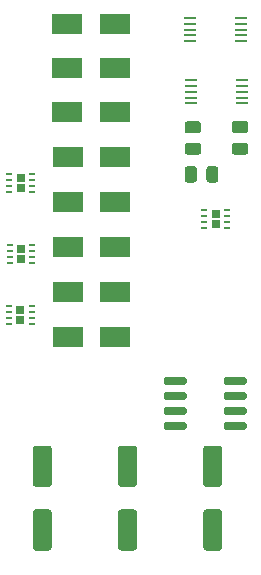
<source format=gbr>
%TF.GenerationSoftware,KiCad,Pcbnew,(5.1.10)-1*%
%TF.CreationDate,2022-01-17T10:12:51+08:00*%
%TF.ProjectId,armband_controller_ver2.0,61726d62-616e-4645-9f63-6f6e74726f6c,rev?*%
%TF.SameCoordinates,PX8a12ae0PY621abf0*%
%TF.FileFunction,Paste,Top*%
%TF.FilePolarity,Positive*%
%FSLAX46Y46*%
G04 Gerber Fmt 4.6, Leading zero omitted, Abs format (unit mm)*
G04 Created by KiCad (PCBNEW (5.1.10)-1) date 2022-01-17 10:12:51*
%MOMM*%
%LPD*%
G01*
G04 APERTURE LIST*
%ADD10R,0.750000X0.650000*%
%ADD11R,0.500000X0.250000*%
%ADD12R,1.100000X0.250000*%
%ADD13R,2.500000X1.800000*%
G04 APERTURE END LIST*
D10*
%TO.C,U7*%
X11252200Y22002800D03*
X11252200Y22802800D03*
D11*
X10302200Y22652800D03*
X10302200Y23152800D03*
X12202200Y23152800D03*
X12202200Y22152800D03*
X12202200Y21652800D03*
X10302200Y21652800D03*
X10302200Y22152800D03*
X12202200Y22652800D03*
%TD*%
D10*
%TO.C,U6*%
X11303000Y27159000D03*
X11303000Y27959000D03*
D11*
X10353000Y27809000D03*
X10353000Y28309000D03*
X12253000Y28309000D03*
X12253000Y27309000D03*
X12253000Y26809000D03*
X10353000Y26809000D03*
X10353000Y27309000D03*
X12253000Y27809000D03*
%TD*%
D10*
%TO.C,U5*%
X11277600Y33178800D03*
X11277600Y33978800D03*
D11*
X10327600Y33828800D03*
X10327600Y34328800D03*
X12227600Y34328800D03*
X12227600Y33328800D03*
X12227600Y32828800D03*
X10327600Y32828800D03*
X10327600Y33328800D03*
X12227600Y33828800D03*
%TD*%
D10*
%TO.C,U4*%
X27787600Y30905400D03*
X27787600Y30105400D03*
D11*
X28737600Y30255400D03*
X28737600Y29755400D03*
X26837600Y29755400D03*
X26837600Y30755400D03*
X26837600Y31255400D03*
X28737600Y31255400D03*
X28737600Y30755400D03*
X26837600Y30255400D03*
%TD*%
D12*
%TO.C,U3*%
X29988400Y42300400D03*
X29988400Y41800400D03*
X29988400Y41300400D03*
X29988400Y40800400D03*
X29988400Y40300400D03*
X25688400Y40300400D03*
X25688400Y40800400D03*
X25688400Y41300400D03*
X25688400Y41800400D03*
X25688400Y42300400D03*
%TD*%
%TO.C,U2*%
X29937600Y47558200D03*
X29937600Y47058200D03*
X29937600Y46558200D03*
X29937600Y46058200D03*
X29937600Y45558200D03*
X25637600Y45558200D03*
X25637600Y46058200D03*
X25637600Y46558200D03*
X25637600Y47058200D03*
X25637600Y47558200D03*
%TD*%
%TO.C,U1*%
G36*
G01*
X28448600Y16652300D02*
X28448600Y16977300D01*
G75*
G02*
X28611100Y17139800I162500J0D01*
G01*
X30261100Y17139800D01*
G75*
G02*
X30423600Y16977300I0J-162500D01*
G01*
X30423600Y16652300D01*
G75*
G02*
X30261100Y16489800I-162500J0D01*
G01*
X28611100Y16489800D01*
G75*
G02*
X28448600Y16652300I0J162500D01*
G01*
G37*
G36*
G01*
X28448600Y15382300D02*
X28448600Y15707300D01*
G75*
G02*
X28611100Y15869800I162500J0D01*
G01*
X30261100Y15869800D01*
G75*
G02*
X30423600Y15707300I0J-162500D01*
G01*
X30423600Y15382300D01*
G75*
G02*
X30261100Y15219800I-162500J0D01*
G01*
X28611100Y15219800D01*
G75*
G02*
X28448600Y15382300I0J162500D01*
G01*
G37*
G36*
G01*
X28448600Y14112300D02*
X28448600Y14437300D01*
G75*
G02*
X28611100Y14599800I162500J0D01*
G01*
X30261100Y14599800D01*
G75*
G02*
X30423600Y14437300I0J-162500D01*
G01*
X30423600Y14112300D01*
G75*
G02*
X30261100Y13949800I-162500J0D01*
G01*
X28611100Y13949800D01*
G75*
G02*
X28448600Y14112300I0J162500D01*
G01*
G37*
G36*
G01*
X28448600Y12842300D02*
X28448600Y13167300D01*
G75*
G02*
X28611100Y13329800I162500J0D01*
G01*
X30261100Y13329800D01*
G75*
G02*
X30423600Y13167300I0J-162500D01*
G01*
X30423600Y12842300D01*
G75*
G02*
X30261100Y12679800I-162500J0D01*
G01*
X28611100Y12679800D01*
G75*
G02*
X28448600Y12842300I0J162500D01*
G01*
G37*
G36*
G01*
X23373600Y12842300D02*
X23373600Y13167300D01*
G75*
G02*
X23536100Y13329800I162500J0D01*
G01*
X25186100Y13329800D01*
G75*
G02*
X25348600Y13167300I0J-162500D01*
G01*
X25348600Y12842300D01*
G75*
G02*
X25186100Y12679800I-162500J0D01*
G01*
X23536100Y12679800D01*
G75*
G02*
X23373600Y12842300I0J162500D01*
G01*
G37*
G36*
G01*
X23373600Y14112300D02*
X23373600Y14437300D01*
G75*
G02*
X23536100Y14599800I162500J0D01*
G01*
X25186100Y14599800D01*
G75*
G02*
X25348600Y14437300I0J-162500D01*
G01*
X25348600Y14112300D01*
G75*
G02*
X25186100Y13949800I-162500J0D01*
G01*
X23536100Y13949800D01*
G75*
G02*
X23373600Y14112300I0J162500D01*
G01*
G37*
G36*
G01*
X23373600Y15382300D02*
X23373600Y15707300D01*
G75*
G02*
X23536100Y15869800I162500J0D01*
G01*
X25186100Y15869800D01*
G75*
G02*
X25348600Y15707300I0J-162500D01*
G01*
X25348600Y15382300D01*
G75*
G02*
X25186100Y15219800I-162500J0D01*
G01*
X23536100Y15219800D01*
G75*
G02*
X23373600Y15382300I0J162500D01*
G01*
G37*
G36*
G01*
X23373600Y16652300D02*
X23373600Y16977300D01*
G75*
G02*
X23536100Y17139800I162500J0D01*
G01*
X25186100Y17139800D01*
G75*
G02*
X25348600Y16977300I0J-162500D01*
G01*
X25348600Y16652300D01*
G75*
G02*
X25186100Y16489800I-162500J0D01*
G01*
X23536100Y16489800D01*
G75*
G02*
X23373600Y16652300I0J162500D01*
G01*
G37*
%TD*%
%TO.C,R3*%
G36*
G01*
X26993800Y33839998D02*
X26993800Y34740002D01*
G75*
G02*
X27243798Y34990000I249998J0D01*
G01*
X27768802Y34990000D01*
G75*
G02*
X28018800Y34740002I0J-249998D01*
G01*
X28018800Y33839998D01*
G75*
G02*
X27768802Y33590000I-249998J0D01*
G01*
X27243798Y33590000D01*
G75*
G02*
X26993800Y33839998I0J249998D01*
G01*
G37*
G36*
G01*
X25168800Y33839998D02*
X25168800Y34740002D01*
G75*
G02*
X25418798Y34990000I249998J0D01*
G01*
X25943802Y34990000D01*
G75*
G02*
X26193800Y34740002I0J-249998D01*
G01*
X26193800Y33839998D01*
G75*
G02*
X25943802Y33590000I-249998J0D01*
G01*
X25418798Y33590000D01*
G75*
G02*
X25168800Y33839998I0J249998D01*
G01*
G37*
%TD*%
%TO.C,R2*%
G36*
G01*
X30295002Y37788800D02*
X29394998Y37788800D01*
G75*
G02*
X29145000Y38038798I0J249998D01*
G01*
X29145000Y38563802D01*
G75*
G02*
X29394998Y38813800I249998J0D01*
G01*
X30295002Y38813800D01*
G75*
G02*
X30545000Y38563802I0J-249998D01*
G01*
X30545000Y38038798D01*
G75*
G02*
X30295002Y37788800I-249998J0D01*
G01*
G37*
G36*
G01*
X30295002Y35963800D02*
X29394998Y35963800D01*
G75*
G02*
X29145000Y36213798I0J249998D01*
G01*
X29145000Y36738802D01*
G75*
G02*
X29394998Y36988800I249998J0D01*
G01*
X30295002Y36988800D01*
G75*
G02*
X30545000Y36738802I0J-249998D01*
G01*
X30545000Y36213798D01*
G75*
G02*
X30295002Y35963800I-249998J0D01*
G01*
G37*
%TD*%
%TO.C,R1*%
G36*
G01*
X26307202Y37763400D02*
X25407198Y37763400D01*
G75*
G02*
X25157200Y38013398I0J249998D01*
G01*
X25157200Y38538402D01*
G75*
G02*
X25407198Y38788400I249998J0D01*
G01*
X26307202Y38788400D01*
G75*
G02*
X26557200Y38538402I0J-249998D01*
G01*
X26557200Y38013398D01*
G75*
G02*
X26307202Y37763400I-249998J0D01*
G01*
G37*
G36*
G01*
X26307202Y35938400D02*
X25407198Y35938400D01*
G75*
G02*
X25157200Y36188398I0J249998D01*
G01*
X25157200Y36713402D01*
G75*
G02*
X25407198Y36963400I249998J0D01*
G01*
X26307202Y36963400D01*
G75*
G02*
X26557200Y36713402I0J-249998D01*
G01*
X26557200Y36188398D01*
G75*
G02*
X26307202Y35938400I-249998J0D01*
G01*
G37*
%TD*%
D13*
%TO.C,D8*%
X19297400Y20497800D03*
X15297400Y20497800D03*
%TD*%
%TO.C,D7*%
X19272000Y24333200D03*
X15272000Y24333200D03*
%TD*%
%TO.C,D6*%
X19272000Y28143200D03*
X15272000Y28143200D03*
%TD*%
%TO.C,D5*%
X19272000Y31953200D03*
X15272000Y31953200D03*
%TD*%
%TO.C,D4*%
X19246600Y35788600D03*
X15246600Y35788600D03*
%TD*%
%TO.C,D3*%
X19221200Y39598600D03*
X15221200Y39598600D03*
%TD*%
%TO.C,D2*%
X19221200Y43307000D03*
X15221200Y43307000D03*
%TD*%
%TO.C,D1*%
X19221200Y47015400D03*
X15221200Y47015400D03*
%TD*%
%TO.C,C3*%
G36*
G01*
X26983600Y5933400D02*
X28083600Y5933400D01*
G75*
G02*
X28333600Y5683400I0J-250000D01*
G01*
X28333600Y2683400D01*
G75*
G02*
X28083600Y2433400I-250000J0D01*
G01*
X26983600Y2433400D01*
G75*
G02*
X26733600Y2683400I0J250000D01*
G01*
X26733600Y5683400D01*
G75*
G02*
X26983600Y5933400I250000J0D01*
G01*
G37*
G36*
G01*
X26983600Y11333400D02*
X28083600Y11333400D01*
G75*
G02*
X28333600Y11083400I0J-250000D01*
G01*
X28333600Y8083400D01*
G75*
G02*
X28083600Y7833400I-250000J0D01*
G01*
X26983600Y7833400D01*
G75*
G02*
X26733600Y8083400I0J250000D01*
G01*
X26733600Y11083400D01*
G75*
G02*
X26983600Y11333400I250000J0D01*
G01*
G37*
%TD*%
%TO.C,C2*%
G36*
G01*
X19770000Y5933400D02*
X20870000Y5933400D01*
G75*
G02*
X21120000Y5683400I0J-250000D01*
G01*
X21120000Y2683400D01*
G75*
G02*
X20870000Y2433400I-250000J0D01*
G01*
X19770000Y2433400D01*
G75*
G02*
X19520000Y2683400I0J250000D01*
G01*
X19520000Y5683400D01*
G75*
G02*
X19770000Y5933400I250000J0D01*
G01*
G37*
G36*
G01*
X19770000Y11333400D02*
X20870000Y11333400D01*
G75*
G02*
X21120000Y11083400I0J-250000D01*
G01*
X21120000Y8083400D01*
G75*
G02*
X20870000Y7833400I-250000J0D01*
G01*
X19770000Y7833400D01*
G75*
G02*
X19520000Y8083400I0J250000D01*
G01*
X19520000Y11083400D01*
G75*
G02*
X19770000Y11333400I250000J0D01*
G01*
G37*
%TD*%
%TO.C,C1*%
G36*
G01*
X13656400Y7833400D02*
X12556400Y7833400D01*
G75*
G02*
X12306400Y8083400I0J250000D01*
G01*
X12306400Y11083400D01*
G75*
G02*
X12556400Y11333400I250000J0D01*
G01*
X13656400Y11333400D01*
G75*
G02*
X13906400Y11083400I0J-250000D01*
G01*
X13906400Y8083400D01*
G75*
G02*
X13656400Y7833400I-250000J0D01*
G01*
G37*
G36*
G01*
X13656400Y2433400D02*
X12556400Y2433400D01*
G75*
G02*
X12306400Y2683400I0J250000D01*
G01*
X12306400Y5683400D01*
G75*
G02*
X12556400Y5933400I250000J0D01*
G01*
X13656400Y5933400D01*
G75*
G02*
X13906400Y5683400I0J-250000D01*
G01*
X13906400Y2683400D01*
G75*
G02*
X13656400Y2433400I-250000J0D01*
G01*
G37*
%TD*%
M02*

</source>
